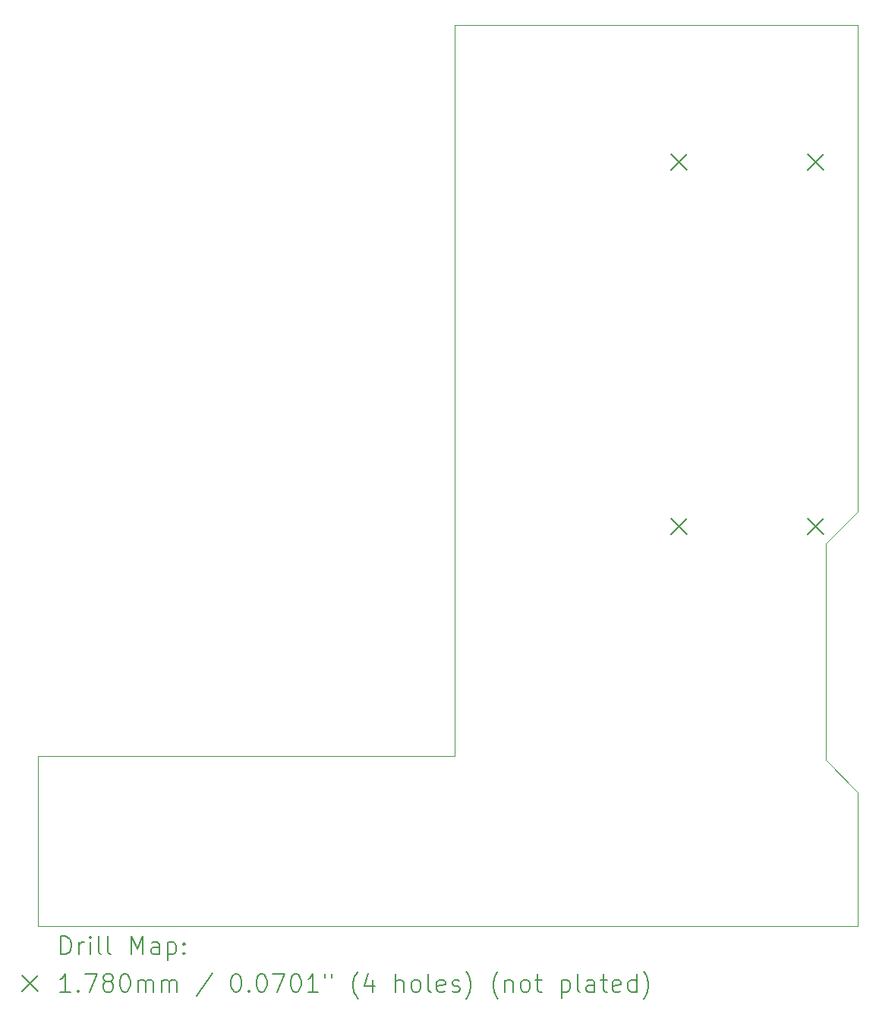
<source format=gbr>
%TF.GenerationSoftware,KiCad,Pcbnew,8.0.1*%
%TF.CreationDate,2024-06-09T23:46:03+01:00*%
%TF.ProjectId,BBC-PS2,4242432d-5053-4322-9e6b-696361645f70,rev?*%
%TF.SameCoordinates,Original*%
%TF.FileFunction,Drillmap*%
%TF.FilePolarity,Positive*%
%FSLAX45Y45*%
G04 Gerber Fmt 4.5, Leading zero omitted, Abs format (unit mm)*
G04 Created by KiCad (PCBNEW 8.0.1) date 2024-06-09 23:46:03*
%MOMM*%
%LPD*%
G01*
G04 APERTURE LIST*
%ADD10C,0.100000*%
%ADD11C,0.200000*%
%ADD12C,0.178000*%
G04 APERTURE END LIST*
D10*
X16062500Y-8617500D02*
X16420000Y-8260000D01*
X16420000Y-8260000D02*
X16420000Y-8190000D01*
X16062500Y-10880000D02*
X16062500Y-8617500D01*
X16062500Y-10880000D02*
X16062500Y-11035000D01*
X16062500Y-11035000D02*
X16420000Y-11392500D01*
X16420000Y-2832500D02*
X16420000Y-8190000D01*
X16420000Y-11392500D02*
X16420000Y-12882500D01*
X11927500Y-2832500D02*
X16420000Y-2832500D01*
X11927500Y-10990000D02*
X11927500Y-2832500D01*
X7280000Y-10990000D02*
X11927500Y-10990000D01*
X7280000Y-12882500D02*
X7280000Y-10990000D01*
X16420000Y-12882500D02*
X7280000Y-12882500D01*
D11*
D12*
X14342000Y-4277000D02*
X14520000Y-4455000D01*
X14520000Y-4277000D02*
X14342000Y-4455000D01*
X14342000Y-8341000D02*
X14520000Y-8519000D01*
X14520000Y-8341000D02*
X14342000Y-8519000D01*
X15866000Y-4277000D02*
X16044000Y-4455000D01*
X16044000Y-4277000D02*
X15866000Y-4455000D01*
X15866000Y-8341000D02*
X16044000Y-8519000D01*
X16044000Y-8341000D02*
X15866000Y-8519000D01*
D11*
X7535777Y-13198984D02*
X7535777Y-12998984D01*
X7535777Y-12998984D02*
X7583396Y-12998984D01*
X7583396Y-12998984D02*
X7611967Y-13008508D01*
X7611967Y-13008508D02*
X7631015Y-13027555D01*
X7631015Y-13027555D02*
X7640539Y-13046603D01*
X7640539Y-13046603D02*
X7650062Y-13084698D01*
X7650062Y-13084698D02*
X7650062Y-13113269D01*
X7650062Y-13113269D02*
X7640539Y-13151365D01*
X7640539Y-13151365D02*
X7631015Y-13170412D01*
X7631015Y-13170412D02*
X7611967Y-13189460D01*
X7611967Y-13189460D02*
X7583396Y-13198984D01*
X7583396Y-13198984D02*
X7535777Y-13198984D01*
X7735777Y-13198984D02*
X7735777Y-13065650D01*
X7735777Y-13103746D02*
X7745301Y-13084698D01*
X7745301Y-13084698D02*
X7754824Y-13075174D01*
X7754824Y-13075174D02*
X7773872Y-13065650D01*
X7773872Y-13065650D02*
X7792920Y-13065650D01*
X7859586Y-13198984D02*
X7859586Y-13065650D01*
X7859586Y-12998984D02*
X7850062Y-13008508D01*
X7850062Y-13008508D02*
X7859586Y-13018031D01*
X7859586Y-13018031D02*
X7869110Y-13008508D01*
X7869110Y-13008508D02*
X7859586Y-12998984D01*
X7859586Y-12998984D02*
X7859586Y-13018031D01*
X7983396Y-13198984D02*
X7964348Y-13189460D01*
X7964348Y-13189460D02*
X7954824Y-13170412D01*
X7954824Y-13170412D02*
X7954824Y-12998984D01*
X8088158Y-13198984D02*
X8069110Y-13189460D01*
X8069110Y-13189460D02*
X8059586Y-13170412D01*
X8059586Y-13170412D02*
X8059586Y-12998984D01*
X8316729Y-13198984D02*
X8316729Y-12998984D01*
X8316729Y-12998984D02*
X8383396Y-13141841D01*
X8383396Y-13141841D02*
X8450063Y-12998984D01*
X8450063Y-12998984D02*
X8450063Y-13198984D01*
X8631015Y-13198984D02*
X8631015Y-13094222D01*
X8631015Y-13094222D02*
X8621491Y-13075174D01*
X8621491Y-13075174D02*
X8602444Y-13065650D01*
X8602444Y-13065650D02*
X8564348Y-13065650D01*
X8564348Y-13065650D02*
X8545301Y-13075174D01*
X8631015Y-13189460D02*
X8611967Y-13198984D01*
X8611967Y-13198984D02*
X8564348Y-13198984D01*
X8564348Y-13198984D02*
X8545301Y-13189460D01*
X8545301Y-13189460D02*
X8535777Y-13170412D01*
X8535777Y-13170412D02*
X8535777Y-13151365D01*
X8535777Y-13151365D02*
X8545301Y-13132317D01*
X8545301Y-13132317D02*
X8564348Y-13122793D01*
X8564348Y-13122793D02*
X8611967Y-13122793D01*
X8611967Y-13122793D02*
X8631015Y-13113269D01*
X8726253Y-13065650D02*
X8726253Y-13265650D01*
X8726253Y-13075174D02*
X8745301Y-13065650D01*
X8745301Y-13065650D02*
X8783396Y-13065650D01*
X8783396Y-13065650D02*
X8802444Y-13075174D01*
X8802444Y-13075174D02*
X8811967Y-13084698D01*
X8811967Y-13084698D02*
X8821491Y-13103746D01*
X8821491Y-13103746D02*
X8821491Y-13160888D01*
X8821491Y-13160888D02*
X8811967Y-13179936D01*
X8811967Y-13179936D02*
X8802444Y-13189460D01*
X8802444Y-13189460D02*
X8783396Y-13198984D01*
X8783396Y-13198984D02*
X8745301Y-13198984D01*
X8745301Y-13198984D02*
X8726253Y-13189460D01*
X8907205Y-13179936D02*
X8916729Y-13189460D01*
X8916729Y-13189460D02*
X8907205Y-13198984D01*
X8907205Y-13198984D02*
X8897682Y-13189460D01*
X8897682Y-13189460D02*
X8907205Y-13179936D01*
X8907205Y-13179936D02*
X8907205Y-13198984D01*
X8907205Y-13075174D02*
X8916729Y-13084698D01*
X8916729Y-13084698D02*
X8907205Y-13094222D01*
X8907205Y-13094222D02*
X8897682Y-13084698D01*
X8897682Y-13084698D02*
X8907205Y-13075174D01*
X8907205Y-13075174D02*
X8907205Y-13094222D01*
D12*
X7097000Y-13438500D02*
X7275000Y-13616500D01*
X7275000Y-13438500D02*
X7097000Y-13616500D01*
D11*
X7640539Y-13618984D02*
X7526253Y-13618984D01*
X7583396Y-13618984D02*
X7583396Y-13418984D01*
X7583396Y-13418984D02*
X7564348Y-13447555D01*
X7564348Y-13447555D02*
X7545301Y-13466603D01*
X7545301Y-13466603D02*
X7526253Y-13476127D01*
X7726253Y-13599936D02*
X7735777Y-13609460D01*
X7735777Y-13609460D02*
X7726253Y-13618984D01*
X7726253Y-13618984D02*
X7716729Y-13609460D01*
X7716729Y-13609460D02*
X7726253Y-13599936D01*
X7726253Y-13599936D02*
X7726253Y-13618984D01*
X7802443Y-13418984D02*
X7935777Y-13418984D01*
X7935777Y-13418984D02*
X7850062Y-13618984D01*
X8040539Y-13504698D02*
X8021491Y-13495174D01*
X8021491Y-13495174D02*
X8011967Y-13485650D01*
X8011967Y-13485650D02*
X8002443Y-13466603D01*
X8002443Y-13466603D02*
X8002443Y-13457079D01*
X8002443Y-13457079D02*
X8011967Y-13438031D01*
X8011967Y-13438031D02*
X8021491Y-13428508D01*
X8021491Y-13428508D02*
X8040539Y-13418984D01*
X8040539Y-13418984D02*
X8078634Y-13418984D01*
X8078634Y-13418984D02*
X8097682Y-13428508D01*
X8097682Y-13428508D02*
X8107205Y-13438031D01*
X8107205Y-13438031D02*
X8116729Y-13457079D01*
X8116729Y-13457079D02*
X8116729Y-13466603D01*
X8116729Y-13466603D02*
X8107205Y-13485650D01*
X8107205Y-13485650D02*
X8097682Y-13495174D01*
X8097682Y-13495174D02*
X8078634Y-13504698D01*
X8078634Y-13504698D02*
X8040539Y-13504698D01*
X8040539Y-13504698D02*
X8021491Y-13514222D01*
X8021491Y-13514222D02*
X8011967Y-13523746D01*
X8011967Y-13523746D02*
X8002443Y-13542793D01*
X8002443Y-13542793D02*
X8002443Y-13580888D01*
X8002443Y-13580888D02*
X8011967Y-13599936D01*
X8011967Y-13599936D02*
X8021491Y-13609460D01*
X8021491Y-13609460D02*
X8040539Y-13618984D01*
X8040539Y-13618984D02*
X8078634Y-13618984D01*
X8078634Y-13618984D02*
X8097682Y-13609460D01*
X8097682Y-13609460D02*
X8107205Y-13599936D01*
X8107205Y-13599936D02*
X8116729Y-13580888D01*
X8116729Y-13580888D02*
X8116729Y-13542793D01*
X8116729Y-13542793D02*
X8107205Y-13523746D01*
X8107205Y-13523746D02*
X8097682Y-13514222D01*
X8097682Y-13514222D02*
X8078634Y-13504698D01*
X8240539Y-13418984D02*
X8259586Y-13418984D01*
X8259586Y-13418984D02*
X8278634Y-13428508D01*
X8278634Y-13428508D02*
X8288158Y-13438031D01*
X8288158Y-13438031D02*
X8297682Y-13457079D01*
X8297682Y-13457079D02*
X8307205Y-13495174D01*
X8307205Y-13495174D02*
X8307205Y-13542793D01*
X8307205Y-13542793D02*
X8297682Y-13580888D01*
X8297682Y-13580888D02*
X8288158Y-13599936D01*
X8288158Y-13599936D02*
X8278634Y-13609460D01*
X8278634Y-13609460D02*
X8259586Y-13618984D01*
X8259586Y-13618984D02*
X8240539Y-13618984D01*
X8240539Y-13618984D02*
X8221491Y-13609460D01*
X8221491Y-13609460D02*
X8211967Y-13599936D01*
X8211967Y-13599936D02*
X8202443Y-13580888D01*
X8202443Y-13580888D02*
X8192920Y-13542793D01*
X8192920Y-13542793D02*
X8192920Y-13495174D01*
X8192920Y-13495174D02*
X8202443Y-13457079D01*
X8202443Y-13457079D02*
X8211967Y-13438031D01*
X8211967Y-13438031D02*
X8221491Y-13428508D01*
X8221491Y-13428508D02*
X8240539Y-13418984D01*
X8392920Y-13618984D02*
X8392920Y-13485650D01*
X8392920Y-13504698D02*
X8402444Y-13495174D01*
X8402444Y-13495174D02*
X8421491Y-13485650D01*
X8421491Y-13485650D02*
X8450063Y-13485650D01*
X8450063Y-13485650D02*
X8469110Y-13495174D01*
X8469110Y-13495174D02*
X8478634Y-13514222D01*
X8478634Y-13514222D02*
X8478634Y-13618984D01*
X8478634Y-13514222D02*
X8488158Y-13495174D01*
X8488158Y-13495174D02*
X8507205Y-13485650D01*
X8507205Y-13485650D02*
X8535777Y-13485650D01*
X8535777Y-13485650D02*
X8554825Y-13495174D01*
X8554825Y-13495174D02*
X8564348Y-13514222D01*
X8564348Y-13514222D02*
X8564348Y-13618984D01*
X8659586Y-13618984D02*
X8659586Y-13485650D01*
X8659586Y-13504698D02*
X8669110Y-13495174D01*
X8669110Y-13495174D02*
X8688158Y-13485650D01*
X8688158Y-13485650D02*
X8716729Y-13485650D01*
X8716729Y-13485650D02*
X8735777Y-13495174D01*
X8735777Y-13495174D02*
X8745301Y-13514222D01*
X8745301Y-13514222D02*
X8745301Y-13618984D01*
X8745301Y-13514222D02*
X8754825Y-13495174D01*
X8754825Y-13495174D02*
X8773872Y-13485650D01*
X8773872Y-13485650D02*
X8802444Y-13485650D01*
X8802444Y-13485650D02*
X8821491Y-13495174D01*
X8821491Y-13495174D02*
X8831015Y-13514222D01*
X8831015Y-13514222D02*
X8831015Y-13618984D01*
X9221491Y-13409460D02*
X9050063Y-13666603D01*
X9478634Y-13418984D02*
X9497682Y-13418984D01*
X9497682Y-13418984D02*
X9516729Y-13428508D01*
X9516729Y-13428508D02*
X9526253Y-13438031D01*
X9526253Y-13438031D02*
X9535777Y-13457079D01*
X9535777Y-13457079D02*
X9545301Y-13495174D01*
X9545301Y-13495174D02*
X9545301Y-13542793D01*
X9545301Y-13542793D02*
X9535777Y-13580888D01*
X9535777Y-13580888D02*
X9526253Y-13599936D01*
X9526253Y-13599936D02*
X9516729Y-13609460D01*
X9516729Y-13609460D02*
X9497682Y-13618984D01*
X9497682Y-13618984D02*
X9478634Y-13618984D01*
X9478634Y-13618984D02*
X9459587Y-13609460D01*
X9459587Y-13609460D02*
X9450063Y-13599936D01*
X9450063Y-13599936D02*
X9440539Y-13580888D01*
X9440539Y-13580888D02*
X9431015Y-13542793D01*
X9431015Y-13542793D02*
X9431015Y-13495174D01*
X9431015Y-13495174D02*
X9440539Y-13457079D01*
X9440539Y-13457079D02*
X9450063Y-13438031D01*
X9450063Y-13438031D02*
X9459587Y-13428508D01*
X9459587Y-13428508D02*
X9478634Y-13418984D01*
X9631015Y-13599936D02*
X9640539Y-13609460D01*
X9640539Y-13609460D02*
X9631015Y-13618984D01*
X9631015Y-13618984D02*
X9621491Y-13609460D01*
X9621491Y-13609460D02*
X9631015Y-13599936D01*
X9631015Y-13599936D02*
X9631015Y-13618984D01*
X9764348Y-13418984D02*
X9783396Y-13418984D01*
X9783396Y-13418984D02*
X9802444Y-13428508D01*
X9802444Y-13428508D02*
X9811968Y-13438031D01*
X9811968Y-13438031D02*
X9821491Y-13457079D01*
X9821491Y-13457079D02*
X9831015Y-13495174D01*
X9831015Y-13495174D02*
X9831015Y-13542793D01*
X9831015Y-13542793D02*
X9821491Y-13580888D01*
X9821491Y-13580888D02*
X9811968Y-13599936D01*
X9811968Y-13599936D02*
X9802444Y-13609460D01*
X9802444Y-13609460D02*
X9783396Y-13618984D01*
X9783396Y-13618984D02*
X9764348Y-13618984D01*
X9764348Y-13618984D02*
X9745301Y-13609460D01*
X9745301Y-13609460D02*
X9735777Y-13599936D01*
X9735777Y-13599936D02*
X9726253Y-13580888D01*
X9726253Y-13580888D02*
X9716729Y-13542793D01*
X9716729Y-13542793D02*
X9716729Y-13495174D01*
X9716729Y-13495174D02*
X9726253Y-13457079D01*
X9726253Y-13457079D02*
X9735777Y-13438031D01*
X9735777Y-13438031D02*
X9745301Y-13428508D01*
X9745301Y-13428508D02*
X9764348Y-13418984D01*
X9897682Y-13418984D02*
X10031015Y-13418984D01*
X10031015Y-13418984D02*
X9945301Y-13618984D01*
X10145301Y-13418984D02*
X10164349Y-13418984D01*
X10164349Y-13418984D02*
X10183396Y-13428508D01*
X10183396Y-13428508D02*
X10192920Y-13438031D01*
X10192920Y-13438031D02*
X10202444Y-13457079D01*
X10202444Y-13457079D02*
X10211968Y-13495174D01*
X10211968Y-13495174D02*
X10211968Y-13542793D01*
X10211968Y-13542793D02*
X10202444Y-13580888D01*
X10202444Y-13580888D02*
X10192920Y-13599936D01*
X10192920Y-13599936D02*
X10183396Y-13609460D01*
X10183396Y-13609460D02*
X10164349Y-13618984D01*
X10164349Y-13618984D02*
X10145301Y-13618984D01*
X10145301Y-13618984D02*
X10126253Y-13609460D01*
X10126253Y-13609460D02*
X10116729Y-13599936D01*
X10116729Y-13599936D02*
X10107206Y-13580888D01*
X10107206Y-13580888D02*
X10097682Y-13542793D01*
X10097682Y-13542793D02*
X10097682Y-13495174D01*
X10097682Y-13495174D02*
X10107206Y-13457079D01*
X10107206Y-13457079D02*
X10116729Y-13438031D01*
X10116729Y-13438031D02*
X10126253Y-13428508D01*
X10126253Y-13428508D02*
X10145301Y-13418984D01*
X10402444Y-13618984D02*
X10288158Y-13618984D01*
X10345301Y-13618984D02*
X10345301Y-13418984D01*
X10345301Y-13418984D02*
X10326253Y-13447555D01*
X10326253Y-13447555D02*
X10307206Y-13466603D01*
X10307206Y-13466603D02*
X10288158Y-13476127D01*
X10478634Y-13418984D02*
X10478634Y-13457079D01*
X10554825Y-13418984D02*
X10554825Y-13457079D01*
X10850063Y-13695174D02*
X10840539Y-13685650D01*
X10840539Y-13685650D02*
X10821491Y-13657079D01*
X10821491Y-13657079D02*
X10811968Y-13638031D01*
X10811968Y-13638031D02*
X10802444Y-13609460D01*
X10802444Y-13609460D02*
X10792920Y-13561841D01*
X10792920Y-13561841D02*
X10792920Y-13523746D01*
X10792920Y-13523746D02*
X10802444Y-13476127D01*
X10802444Y-13476127D02*
X10811968Y-13447555D01*
X10811968Y-13447555D02*
X10821491Y-13428508D01*
X10821491Y-13428508D02*
X10840539Y-13399936D01*
X10840539Y-13399936D02*
X10850063Y-13390412D01*
X11011968Y-13485650D02*
X11011968Y-13618984D01*
X10964349Y-13409460D02*
X10916730Y-13552317D01*
X10916730Y-13552317D02*
X11040539Y-13552317D01*
X11269110Y-13618984D02*
X11269110Y-13418984D01*
X11354825Y-13618984D02*
X11354825Y-13514222D01*
X11354825Y-13514222D02*
X11345301Y-13495174D01*
X11345301Y-13495174D02*
X11326253Y-13485650D01*
X11326253Y-13485650D02*
X11297682Y-13485650D01*
X11297682Y-13485650D02*
X11278634Y-13495174D01*
X11278634Y-13495174D02*
X11269110Y-13504698D01*
X11478634Y-13618984D02*
X11459587Y-13609460D01*
X11459587Y-13609460D02*
X11450063Y-13599936D01*
X11450063Y-13599936D02*
X11440539Y-13580888D01*
X11440539Y-13580888D02*
X11440539Y-13523746D01*
X11440539Y-13523746D02*
X11450063Y-13504698D01*
X11450063Y-13504698D02*
X11459587Y-13495174D01*
X11459587Y-13495174D02*
X11478634Y-13485650D01*
X11478634Y-13485650D02*
X11507206Y-13485650D01*
X11507206Y-13485650D02*
X11526253Y-13495174D01*
X11526253Y-13495174D02*
X11535777Y-13504698D01*
X11535777Y-13504698D02*
X11545301Y-13523746D01*
X11545301Y-13523746D02*
X11545301Y-13580888D01*
X11545301Y-13580888D02*
X11535777Y-13599936D01*
X11535777Y-13599936D02*
X11526253Y-13609460D01*
X11526253Y-13609460D02*
X11507206Y-13618984D01*
X11507206Y-13618984D02*
X11478634Y-13618984D01*
X11659587Y-13618984D02*
X11640539Y-13609460D01*
X11640539Y-13609460D02*
X11631015Y-13590412D01*
X11631015Y-13590412D02*
X11631015Y-13418984D01*
X11811968Y-13609460D02*
X11792920Y-13618984D01*
X11792920Y-13618984D02*
X11754825Y-13618984D01*
X11754825Y-13618984D02*
X11735777Y-13609460D01*
X11735777Y-13609460D02*
X11726253Y-13590412D01*
X11726253Y-13590412D02*
X11726253Y-13514222D01*
X11726253Y-13514222D02*
X11735777Y-13495174D01*
X11735777Y-13495174D02*
X11754825Y-13485650D01*
X11754825Y-13485650D02*
X11792920Y-13485650D01*
X11792920Y-13485650D02*
X11811968Y-13495174D01*
X11811968Y-13495174D02*
X11821491Y-13514222D01*
X11821491Y-13514222D02*
X11821491Y-13533269D01*
X11821491Y-13533269D02*
X11726253Y-13552317D01*
X11897682Y-13609460D02*
X11916730Y-13618984D01*
X11916730Y-13618984D02*
X11954825Y-13618984D01*
X11954825Y-13618984D02*
X11973872Y-13609460D01*
X11973872Y-13609460D02*
X11983396Y-13590412D01*
X11983396Y-13590412D02*
X11983396Y-13580888D01*
X11983396Y-13580888D02*
X11973872Y-13561841D01*
X11973872Y-13561841D02*
X11954825Y-13552317D01*
X11954825Y-13552317D02*
X11926253Y-13552317D01*
X11926253Y-13552317D02*
X11907206Y-13542793D01*
X11907206Y-13542793D02*
X11897682Y-13523746D01*
X11897682Y-13523746D02*
X11897682Y-13514222D01*
X11897682Y-13514222D02*
X11907206Y-13495174D01*
X11907206Y-13495174D02*
X11926253Y-13485650D01*
X11926253Y-13485650D02*
X11954825Y-13485650D01*
X11954825Y-13485650D02*
X11973872Y-13495174D01*
X12050063Y-13695174D02*
X12059587Y-13685650D01*
X12059587Y-13685650D02*
X12078634Y-13657079D01*
X12078634Y-13657079D02*
X12088158Y-13638031D01*
X12088158Y-13638031D02*
X12097682Y-13609460D01*
X12097682Y-13609460D02*
X12107206Y-13561841D01*
X12107206Y-13561841D02*
X12107206Y-13523746D01*
X12107206Y-13523746D02*
X12097682Y-13476127D01*
X12097682Y-13476127D02*
X12088158Y-13447555D01*
X12088158Y-13447555D02*
X12078634Y-13428508D01*
X12078634Y-13428508D02*
X12059587Y-13399936D01*
X12059587Y-13399936D02*
X12050063Y-13390412D01*
X12411968Y-13695174D02*
X12402444Y-13685650D01*
X12402444Y-13685650D02*
X12383396Y-13657079D01*
X12383396Y-13657079D02*
X12373872Y-13638031D01*
X12373872Y-13638031D02*
X12364349Y-13609460D01*
X12364349Y-13609460D02*
X12354825Y-13561841D01*
X12354825Y-13561841D02*
X12354825Y-13523746D01*
X12354825Y-13523746D02*
X12364349Y-13476127D01*
X12364349Y-13476127D02*
X12373872Y-13447555D01*
X12373872Y-13447555D02*
X12383396Y-13428508D01*
X12383396Y-13428508D02*
X12402444Y-13399936D01*
X12402444Y-13399936D02*
X12411968Y-13390412D01*
X12488158Y-13485650D02*
X12488158Y-13618984D01*
X12488158Y-13504698D02*
X12497682Y-13495174D01*
X12497682Y-13495174D02*
X12516730Y-13485650D01*
X12516730Y-13485650D02*
X12545301Y-13485650D01*
X12545301Y-13485650D02*
X12564349Y-13495174D01*
X12564349Y-13495174D02*
X12573872Y-13514222D01*
X12573872Y-13514222D02*
X12573872Y-13618984D01*
X12697682Y-13618984D02*
X12678634Y-13609460D01*
X12678634Y-13609460D02*
X12669111Y-13599936D01*
X12669111Y-13599936D02*
X12659587Y-13580888D01*
X12659587Y-13580888D02*
X12659587Y-13523746D01*
X12659587Y-13523746D02*
X12669111Y-13504698D01*
X12669111Y-13504698D02*
X12678634Y-13495174D01*
X12678634Y-13495174D02*
X12697682Y-13485650D01*
X12697682Y-13485650D02*
X12726253Y-13485650D01*
X12726253Y-13485650D02*
X12745301Y-13495174D01*
X12745301Y-13495174D02*
X12754825Y-13504698D01*
X12754825Y-13504698D02*
X12764349Y-13523746D01*
X12764349Y-13523746D02*
X12764349Y-13580888D01*
X12764349Y-13580888D02*
X12754825Y-13599936D01*
X12754825Y-13599936D02*
X12745301Y-13609460D01*
X12745301Y-13609460D02*
X12726253Y-13618984D01*
X12726253Y-13618984D02*
X12697682Y-13618984D01*
X12821492Y-13485650D02*
X12897682Y-13485650D01*
X12850063Y-13418984D02*
X12850063Y-13590412D01*
X12850063Y-13590412D02*
X12859587Y-13609460D01*
X12859587Y-13609460D02*
X12878634Y-13618984D01*
X12878634Y-13618984D02*
X12897682Y-13618984D01*
X13116730Y-13485650D02*
X13116730Y-13685650D01*
X13116730Y-13495174D02*
X13135777Y-13485650D01*
X13135777Y-13485650D02*
X13173873Y-13485650D01*
X13173873Y-13485650D02*
X13192920Y-13495174D01*
X13192920Y-13495174D02*
X13202444Y-13504698D01*
X13202444Y-13504698D02*
X13211968Y-13523746D01*
X13211968Y-13523746D02*
X13211968Y-13580888D01*
X13211968Y-13580888D02*
X13202444Y-13599936D01*
X13202444Y-13599936D02*
X13192920Y-13609460D01*
X13192920Y-13609460D02*
X13173873Y-13618984D01*
X13173873Y-13618984D02*
X13135777Y-13618984D01*
X13135777Y-13618984D02*
X13116730Y-13609460D01*
X13326253Y-13618984D02*
X13307206Y-13609460D01*
X13307206Y-13609460D02*
X13297682Y-13590412D01*
X13297682Y-13590412D02*
X13297682Y-13418984D01*
X13488158Y-13618984D02*
X13488158Y-13514222D01*
X13488158Y-13514222D02*
X13478634Y-13495174D01*
X13478634Y-13495174D02*
X13459587Y-13485650D01*
X13459587Y-13485650D02*
X13421492Y-13485650D01*
X13421492Y-13485650D02*
X13402444Y-13495174D01*
X13488158Y-13609460D02*
X13469111Y-13618984D01*
X13469111Y-13618984D02*
X13421492Y-13618984D01*
X13421492Y-13618984D02*
X13402444Y-13609460D01*
X13402444Y-13609460D02*
X13392920Y-13590412D01*
X13392920Y-13590412D02*
X13392920Y-13571365D01*
X13392920Y-13571365D02*
X13402444Y-13552317D01*
X13402444Y-13552317D02*
X13421492Y-13542793D01*
X13421492Y-13542793D02*
X13469111Y-13542793D01*
X13469111Y-13542793D02*
X13488158Y-13533269D01*
X13554825Y-13485650D02*
X13631015Y-13485650D01*
X13583396Y-13418984D02*
X13583396Y-13590412D01*
X13583396Y-13590412D02*
X13592920Y-13609460D01*
X13592920Y-13609460D02*
X13611968Y-13618984D01*
X13611968Y-13618984D02*
X13631015Y-13618984D01*
X13773873Y-13609460D02*
X13754825Y-13618984D01*
X13754825Y-13618984D02*
X13716730Y-13618984D01*
X13716730Y-13618984D02*
X13697682Y-13609460D01*
X13697682Y-13609460D02*
X13688158Y-13590412D01*
X13688158Y-13590412D02*
X13688158Y-13514222D01*
X13688158Y-13514222D02*
X13697682Y-13495174D01*
X13697682Y-13495174D02*
X13716730Y-13485650D01*
X13716730Y-13485650D02*
X13754825Y-13485650D01*
X13754825Y-13485650D02*
X13773873Y-13495174D01*
X13773873Y-13495174D02*
X13783396Y-13514222D01*
X13783396Y-13514222D02*
X13783396Y-13533269D01*
X13783396Y-13533269D02*
X13688158Y-13552317D01*
X13954825Y-13618984D02*
X13954825Y-13418984D01*
X13954825Y-13609460D02*
X13935777Y-13618984D01*
X13935777Y-13618984D02*
X13897682Y-13618984D01*
X13897682Y-13618984D02*
X13878634Y-13609460D01*
X13878634Y-13609460D02*
X13869111Y-13599936D01*
X13869111Y-13599936D02*
X13859587Y-13580888D01*
X13859587Y-13580888D02*
X13859587Y-13523746D01*
X13859587Y-13523746D02*
X13869111Y-13504698D01*
X13869111Y-13504698D02*
X13878634Y-13495174D01*
X13878634Y-13495174D02*
X13897682Y-13485650D01*
X13897682Y-13485650D02*
X13935777Y-13485650D01*
X13935777Y-13485650D02*
X13954825Y-13495174D01*
X14031015Y-13695174D02*
X14040539Y-13685650D01*
X14040539Y-13685650D02*
X14059587Y-13657079D01*
X14059587Y-13657079D02*
X14069111Y-13638031D01*
X14069111Y-13638031D02*
X14078634Y-13609460D01*
X14078634Y-13609460D02*
X14088158Y-13561841D01*
X14088158Y-13561841D02*
X14088158Y-13523746D01*
X14088158Y-13523746D02*
X14078634Y-13476127D01*
X14078634Y-13476127D02*
X14069111Y-13447555D01*
X14069111Y-13447555D02*
X14059587Y-13428508D01*
X14059587Y-13428508D02*
X14040539Y-13399936D01*
X14040539Y-13399936D02*
X14031015Y-13390412D01*
M02*

</source>
